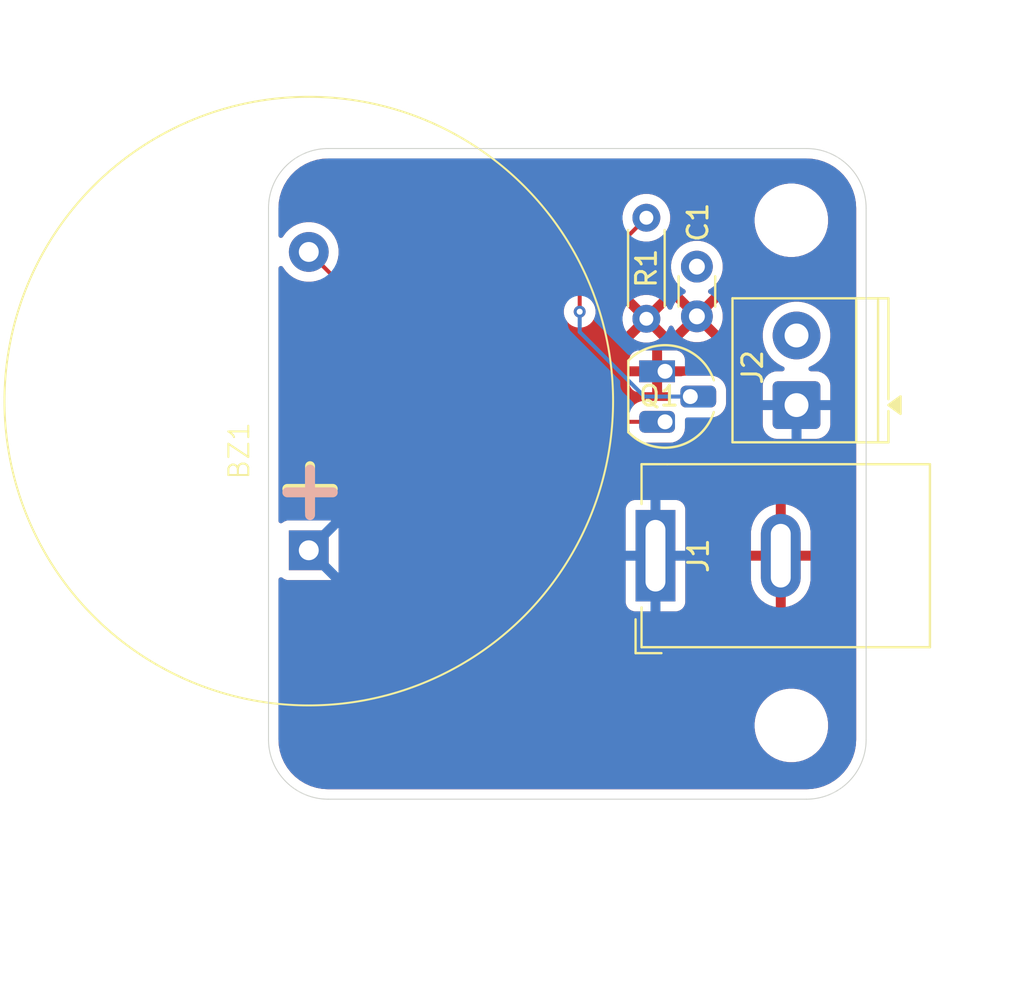
<source format=kicad_pcb>
(kicad_pcb (version 20241229) (generator "pcbnew") (generator_version "9.0")
  (layers (0 "F.Cu" signal) (2 "B.Cu" signal) (13 "F.Paste" user) (15 "B.Paste" user) (5 "F.SilkS" user "F.Silkscreen") (7 "B.SilkS" user "B.Silkscreen") (1 "F.Mask" user) (3 "B.Mask" user) (25 "Edge.Cuts" user))
  (net 0 "")
  (net 1 "Net-(BZ1--)")
  (net 2 "VCC")
  (net 3 "GND")
  (net 4 "/Gate")
  (footprint "Package_TO_SOT_THT:TO-92L_HandSolder" (layer "F.Cu") (at 151.638 93.599 -90)
    (property "Reference" "Q1" (at 1.2446 0.3048 0) (layer "F.SilkS"))
    (property "Value" "2N7000")
    (fp_line (start -0.53 1.85) (end 3.07 1.85) (stroke (width 0.12)) (layer "F.SilkS"))
    (fp_arc (start -0.541453 1.842156) (mid -1.247298 -0.581475) (end 0.45 -2.45) (stroke (width 0.12)) (layer "F.SilkS"))
    (fp_arc (start 2.05 -2.45) (mid 3.769931 -0.601036) (end 3.078445 1.827684) (stroke (width 0.12)) (layer "F.SilkS"))
    (pad "1" thru_hole rect (at 0 0 270) (size 1.1 1.8) (drill 0.75 (offset 0 0.4)) (layers "*.Cu" "*.Mask") (net 3 "GND"))
    (pad "2" thru_hole roundrect (at 1.27 -1.27 270) (size 1.1 1.8) (drill 0.75 (offset 0 -0.4)) (layers "*.Cu" "*.Mask") (net 4 "/Gate"))
    (pad "3" thru_hole roundrect (at 2.54 0 270) (size 1.1 1.8) (drill 0.75 (offset 0 0.4)) (layers "*.Cu" "*.Mask") (net 1 "Net-(BZ1--)"))
  )
  (footprint "MountingHole:MountingHole_3.2mm_M3" (layer "F.Cu") (at 157.988 111.4044)
    (property "Reference" "REF**" (hide yes))
    (property "Value" "MountingHole_3.2mm_M3")
    (pad "" np_thru_hole circle (at 0 0) (size 3.2 3.2) (drill 3.2) (layers "*.Cu" "*.Mask"))
  )
  (footprint "Resistor_THT:R_Axial_DIN0204_L3.6mm_D1.6mm_P5.08mm_Horizontal" (layer "F.Cu") (at 150.6982 85.8774 -90)
    (property "Reference" "R1" (at 2.54 0 90) (layer "F.SilkS"))
    (property "Value" "10M")
    (fp_line (start 0.62 0.92) (end 4.46 0.92) (stroke (width 0.12)) (layer "F.SilkS"))
    (fp_line (start 0.62 -0.92) (end 4.46 -0.92) (stroke (width 0.12)) (layer "F.SilkS"))
    (pad "1" thru_hole circle (at 0 0 270) (size 1.4 1.4) (drill 0.7) (layers "*.Cu" "*.Mask") (net 4 "/Gate"))
    (pad "2" thru_hole circle (at 5.08 0 270) (size 1.4 1.4) (drill 0.7) (layers "*.Cu" "*.Mask") (net 3 "GND"))
  )
  (footprint "Capacitor_THT:C_Disc_D3.0mm_W1.6mm_P2.50mm" (layer "F.Cu") (at 153.2382 88.3358 -90)
    (property "Reference" "C1" (at -2.2298 -0.0508 90) (layer "F.SilkS"))
    (property "Value" "1nF")
    (fp_line (start 2.015 0.92) (end 0.485 0.92) (stroke (width 0.12)) (layer "F.SilkS"))
    (fp_line (start 0.485 -0.92) (end 2.015 -0.92) (stroke (width 0.12)) (layer "F.SilkS"))
    (pad "1" thru_hole circle (at 0 0 270) (size 1.6 1.6) (drill 0.8) (layers "*.Cu" "*.Mask") (net 4 "/Gate"))
    (pad "2" thru_hole circle (at 2.5 0 270) (size 1.6 1.6) (drill 0.8) (layers "*.Cu" "*.Mask") (net 3 "GND"))
  )
  (footprint "TerminalBlock_Phoenix:TerminalBlock_Phoenix_PT-1,5-2-3.5-H_1x02_P3.50mm_Horizontal" (layer "F.Cu") (at 158.2477 95.2982 90)
    (property "Reference" "J2" (at 1.8998 -2.2098 90) (layer "F.SilkS"))
    (property "Value" "Screw_Terminal_01x02")
    (fp_line (start 5.37 -3.22) (end 5.37 4.62) (stroke (width 0.12)) (layer "F.SilkS"))
    (fp_line (start -1.87 -3.22) (end 5.37 -3.22) (stroke (width 0.12)) (layer "F.SilkS"))
    (fp_line (start -1.87 3) (end 5.37 3) (stroke (width 0.12)) (layer "F.SilkS"))
    (fp_line (start -1.87 4.1) (end 5.37 4.1) (stroke (width 0.12)) (layer "F.SilkS"))
    (fp_line (start 5.37 4.62) (end 0.3 4.62) (stroke (width 0.12)) (layer "F.SilkS"))
    (fp_line (start -0.3 4.62) (end -1.87 4.62) (stroke (width 0.12)) (layer "F.SilkS"))
    (fp_line (start -1.87 4.62) (end -1.87 -3.22) (stroke (width 0.12)) (layer "F.SilkS"))
    (fp_poly (pts (xy 0 4.62) (xy 0.44 5.23) (xy -0.44 5.23)) (stroke (width 0.12)) (fill yes) (layer "F.SilkS"))
    (pad "1" thru_hole roundrect (at 0 0 90) (size 2.4 2.4) (drill 1.2) (layers "*.Cu" "*.Mask") (roundrect_rratio 0.104167) (net 2 "VCC"))
    (pad "2" thru_hole circle (at 3.5 0 90) (size 2.4 2.4) (drill 1.2) (layers "*.Cu" "*.Mask") (net 4 "/Gate"))
  )
  (footprint "1_Buzzers:Buzzer_D30mm_H20mm_P15mm_668-1652-ND_AI-3035-TT-12V-R" (layer "F.Cu") (at 133.724 95.0976 90)
    (property "Reference" "BZ1" (at -2.5 -3.5 90) (layer "F.SilkS") (effects (font (thickness 0.1))))
    (property "Value" "Buzzer")
    (fp_circle (center 0 0) (end 15.3 0) (stroke (width 0.1)) (fill no) (layer "F.SilkS"))
    (fp_text user "+" (at -6.6 1.6 90) (layer "F.SilkS") (effects (font (size 3 3) (thickness 0.5) (bold yes)) (justify left bottom)))
    (fp_text user "+" (at -2.4 1.6 90) (layer "B.SilkS") (effects (font (size 3 3) (thickness 0.5) (bold yes)) (justify left bottom mirror)))
    (pad "1" thru_hole rect (at -7.5 0 90) (size 2 2) (drill 1) (layers "*.Cu" "*.Mask") (net 2 "VCC"))
    (pad "2" thru_hole circle (at 7.5 0 90) (size 2 2) (drill 1) (layers "*.Cu" "*.Mask") (net 1 "Net-(BZ1--)"))
  )
  (footprint "Connector_BarrelJack:BarrelJack_GCT_DCJ200-10-A_Horizontal" (layer "F.Cu") (at 151.1554 102.87 90)
    (property "Reference" "J1" (at 0 2.1598 90) (layer "F.SilkS"))
    (property "Value" "Jack-DC")
    (fp_line (start -3.2 -1) (end -4.9 -1) (stroke (width 0.12)) (layer "F.SilkS"))
    (fp_line (start -4.9 -1) (end -4.9 0.3) (stroke (width 0.12)) (layer "F.SilkS"))
    (fp_line (start 4.6 -0.7) (end 4.6 0.6) (stroke (width 0.12)) (layer "F.SilkS"))
    (fp_line (start 2.6 -0.7) (end 4.6 -0.7) (stroke (width 0.12)) (layer "F.SilkS"))
    (fp_line (start -4.6 -0.7) (end -2.6 -0.7) (stroke (width 0.12)) (layer "F.SilkS"))
    (fp_line (start 4.6 0.6) (end 4.6 13.8) (stroke (width 0.12)) (layer "F.SilkS"))
    (fp_line (start 4.6 13.8) (end -4.6 13.8) (stroke (width 0.12)) (layer "F.SilkS"))
    (fp_line (start -4.6 13.8) (end -4.6 -0.7) (stroke (width 0.12)) (layer "F.SilkS"))
    (pad "1" thru_hole rect (at 0 0 90) (size 4.6 2) (drill oval 3.6 1) (layers "*.Cu" "*.Mask") (net 2 "VCC"))
    (pad "2" thru_hole oval (at 0 6.3 90) (size 4.2 2) (drill oval 3.2 1) (layers "*.Cu" "*.Mask") (net 3 "GND"))
  )
  (footprint "MountingHole:MountingHole_3.2mm_M3" (layer "F.Cu") (at 157.988 86.0044)
    (property "Reference" "REF**" (hide yes))
    (property "Value" "MountingHole_3.2mm_M3")
    (pad "" np_thru_hole circle (at 0 0) (size 3.2 3.2) (drill 3.2) (layers "*.Cu" "*.Mask"))
  )
  (gr_arc (start 158.7472 82.3976) (mid 160.86852 83.27628) (end 161.7472 85.3976) (stroke (width 0.05)) (layer "Edge.Cuts"))
  (gr_arc (start 134.699 115.1128) (mid 132.57768 114.23412) (end 131.699 112.1128) (stroke (width 0.05)) (layer "Edge.Cuts"))
  (gr_arc (start 131.699 85.3976) (mid 132.57768 83.27628) (end 134.699 82.3976) (stroke (width 0.05)) (layer "Edge.Cuts"))
  (gr_line (start 131.699 112.1128) (end 131.699 85.3976) (stroke (width 0.05)) (layer "Edge.Cuts"))
  (gr_line (start 134.699 82.3976) (end 158.7472 82.3976) (stroke (width 0.05)) (layer "Edge.Cuts"))
  (gr_line (start 161.7472 85.3976) (end 161.7472 112.1128) (stroke (width 0.05)) (layer "Edge.Cuts"))
  (gr_arc (start 161.7472 112.1128) (mid 160.86852 114.23412) (end 158.7472 115.1128) (stroke (width 0.05)) (layer "Edge.Cuts"))
  (gr_line (start 158.7472 115.1128) (end 134.699 115.1128) (stroke (width 0.05)) (layer "Edge.Cuts"))
  (segment (start 142.2654 96.139) (end 133.724 87.5976) (width 0.2) (layer "F.Cu") (net 1))
  (segment (start 151.638 96.139) (end 142.2654 96.139) (width 0.2) (layer "F.Cu") (net 1))
  (segment (start 150.6982 85.8774) (end 147.3454 89.2302) (width 0.2) (layer "F.Cu") (net 4))
  (segment (start 147.3454 89.2302) (end 147.3454 90.6018) (width 0.2) (layer "F.Cu") (net 4))
  (via (at 147.3454 90.6018) (size 0.6) (drill 0.3) (layers "F.Cu" "B.Cu") (net 4))
  (segment (start 147.3454 91.6178) (end 150.5966 94.869) (width 0.2) (layer "B.Cu") (net 4))
  (segment (start 147.3454 90.6018) (end 147.3454 91.6178) (width 0.2) (layer "B.Cu") (net 4))
  (segment (start 150.5966 94.869) (end 152.908 94.869) (width 0.2) (layer "B.Cu") (net 4))
  (zone (net 3) (net_name "GND") (layer "F.Cu") (connect_pads (clearance 0.5)) (min_thickness 0.25) (fill yes (thermal_gap 0.5) (thermal_bridge_width 0.5))
    (polygon (pts (xy 168.2242 118.1862) (xy 167.386 79.502) (xy 129.8702 80.2132) (xy 129.1082 120.5484)))
  )
  (zone (net 2) (net_name "VCC") (layer "B.Cu") (priority 1) (connect_pads (clearance 0.5)) (min_thickness 0.25) (fill yes (thermal_gap 0.5) (thermal_bridge_width 0.5))
    (polygon (pts (xy 169.6974 119.4054) (xy 169.2656 74.93) (xy 125.6284 76.0984) (xy 124.6886 124.8156)))
  )
)
</source>
